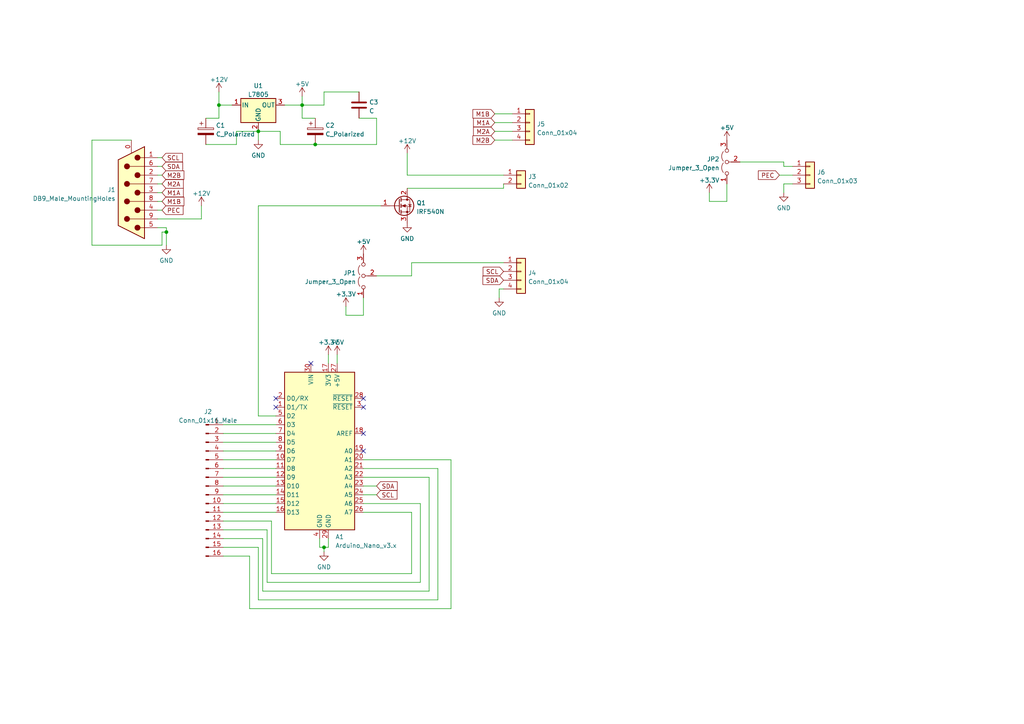
<source format=kicad_sch>
(kicad_sch (version 20211123) (generator eeschema)
  (paper "A4")
  (lib_symbols
    (symbol "Connector:Conn_01x16_Male" (pin_names (offset 1.016) hide)
      (property "Reference" "J" (at 0 20.32 0))
      (property "Value" "Conn_01x16_Male" (at 0 -22.86 0))
      (symbol "Conn_01x16_Male_1_1"
        (polyline (pts (xy 1.27 -20.32) (xy 0.8636 -20.32)) (stroke (width 0.1524)))
        (polyline (pts (xy 1.27 -17.78) (xy 0.8636 -17.78)) (stroke (width 0.1524)))
        (polyline (pts (xy 1.27 -15.24) (xy 0.8636 -15.24)) (stroke (width 0.1524)))
        (polyline (pts (xy 1.27 -12.7) (xy 0.8636 -12.7)) (stroke (width 0.1524)))
        (polyline (pts (xy 1.27 -10.16) (xy 0.8636 -10.16)) (stroke (width 0.1524)))
        (polyline (pts (xy 1.27 -7.62) (xy 0.8636 -7.62)) (stroke (width 0.1524)))
        (polyline (pts (xy 1.27 -5.08) (xy 0.8636 -5.08)) (stroke (width 0.1524)))
        (polyline (pts (xy 1.27 -2.54) (xy 0.8636 -2.54)) (stroke (width 0.1524)))
        (polyline (pts (xy 1.27 0) (xy 0.8636 0)) (stroke (width 0.1524)))
        (polyline (pts (xy 1.27 2.54) (xy 0.8636 2.54)) (stroke (width 0.1524)))
        (polyline (pts (xy 1.27 5.08) (xy 0.8636 5.08)) (stroke (width 0.1524)))
        (polyline (pts (xy 1.27 7.62) (xy 0.8636 7.62)) (stroke (width 0.1524)))
        (polyline (pts (xy 1.27 10.16) (xy 0.8636 10.16)) (stroke (width 0.1524)))
        (polyline (pts (xy 1.27 12.7) (xy 0.8636 12.7)) (stroke (width 0.1524)))
        (polyline (pts (xy 1.27 15.24) (xy 0.8636 15.24)) (stroke (width 0.1524)))
        (polyline (pts (xy 1.27 17.78) (xy 0.8636 17.78)) (stroke (width 0.1524)))
        (rectangle (start 0.8636 -20.193) (end 0 -20.447) (stroke (width 0.1524)) (fill (type outline)))
        (rectangle (start 0.8636 -17.653) (end 0 -17.907) (stroke (width 0.1524)) (fill (type outline)))
        (rectangle (start 0.8636 -15.113) (end 0 -15.367) (stroke (width 0.1524)) (fill (type outline)))
        (rectangle (start 0.8636 -12.573) (end 0 -12.827) (stroke (width 0.1524)) (fill (type outline)))
        (rectangle (start 0.8636 -10.033) (end 0 -10.287) (stroke (width 0.1524)) (fill (type outline)))
        (rectangle (start 0.8636 -7.493) (end 0 -7.747) (stroke (width 0.1524)) (fill (type outline)))
        (rectangle (start 0.8636 -4.953) (end 0 -5.207) (stroke (width 0.1524)) (fill (type outline)))
        (rectangle (start 0.8636 -2.413) (end 0 -2.667) (stroke (width 0.1524)) (fill (type outline)))
        (rectangle (start 0.8636 0.127) (end 0 -0.127) (stroke (width 0.1524)) (fill (type outline)))
        (rectangle (start 0.8636 2.667) (end 0 2.413) (stroke (width 0.1524)) (fill (type outline)))
        (rectangle (start 0.8636 5.207) (end 0 4.953) (stroke (width 0.1524)) (fill (type outline)))
        (rectangle (start 0.8636 7.747) (end 0 7.493) (stroke (width 0.1524)) (fill (type outline)))
        (rectangle (start 0.8636 10.287) (end 0 10.033) (stroke (width 0.1524)) (fill (type outline)))
        (rectangle (start 0.8636 12.827) (end 0 12.573) (stroke (width 0.1524)) (fill (type outline)))
        (rectangle (start 0.8636 15.367) (end 0 15.113) (stroke (width 0.1524)) (fill (type outline)))
        (rectangle (start 0.8636 17.907) (end 0 17.653) (stroke (width 0.1524)) (fill (type outline)))
        (pin passive line (at 5.08 17.78 180) (length 3.81) (name "Pin_1") (number "1"))
        (pin passive line (at 5.08 -5.08 180) (length 3.81) (name "Pin_10") (number "10"))
        (pin passive line (at 5.08 -7.62 180) (length 3.81) (name "Pin_11") (number "11"))
        (pin passive line (at 5.08 -10.16 180) (length 3.81) (name "Pin_12") (number "12"))
        (pin passive line (at 5.08 -12.7 180) (length 3.81) (name "Pin_13") (number "13"))
        (pin passive line (at 5.08 -15.24 180) (length 3.81) (name "Pin_14") (number "14"))
        (pin passive line (at 5.08 -17.78 180) (length 3.81) (name "Pin_15") (number "15"))
        (pin passive line (at 5.08 -20.32 180) (length 3.81) (name "Pin_16") (number "16"))
        (pin passive line (at 5.08 15.24 180) (length 3.81) (name "Pin_2") (number "2"))
        (pin passive line (at 5.08 12.7 180) (length 3.81) (name "Pin_3") (number "3"))
        (pin passive line (at 5.08 10.16 180) (length 3.81) (name "Pin_4") (number "4"))
        (pin passive line (at 5.08 7.62 180) (length 3.81) (name "Pin_5") (number "5"))
        (pin passive line (at 5.08 5.08 180) (length 3.81) (name "Pin_6") (number "6"))
        (pin passive line (at 5.08 2.54 180) (length 3.81) (name "Pin_7") (number "7"))
        (pin passive line (at 5.08 0 180) (length 3.81) (name "Pin_8") (number "8"))
        (pin passive line (at 5.08 -2.54 180) (length 3.81) (name "Pin_9") (number "9"))
      )
    )
    (symbol "Connector:DB9_Male_MountingHoles" (pin_names (offset 1.016) hide)
      (property "Reference" "J" (at 0 16.51 0))
      (property "Value" "DB9_Male_MountingHoles" (at 0 14.605 0))
      (symbol "DB9_Male_MountingHoles_0_1"
        (circle (center -1.778 -10.16) (radius 0.762) (fill (type outline)))
        (circle (center -1.778 -5.08) (radius 0.762) (fill (type outline)))
        (circle (center -1.778 0) (radius 0.762) (fill (type outline)))
        (circle (center -1.778 5.08) (radius 0.762) (fill (type outline)))
        (circle (center -1.778 10.16) (radius 0.762) (fill (type outline)))
        (polyline (pts (xy -3.81 -10.16) (xy -2.54 -10.16)))
        (polyline (pts (xy -3.81 -7.62) (xy 0.508 -7.62)))
        (polyline (pts (xy -3.81 -5.08) (xy -2.54 -5.08)))
        (polyline (pts (xy -3.81 -2.54) (xy 0.508 -2.54)))
        (polyline (pts (xy -3.81 0) (xy -2.54 0)))
        (polyline (pts (xy -3.81 2.54) (xy 0.508 2.54)))
        (polyline (pts (xy -3.81 5.08) (xy -2.54 5.08)))
        (polyline (pts (xy -3.81 7.62) (xy 0.508 7.62)))
        (polyline (pts (xy -3.81 10.16) (xy -2.54 10.16)))
        (polyline (pts (xy -3.81 -13.335) (xy -3.81 13.335) (xy 3.81 9.525) (xy 3.81 -9.525) (xy -3.81 -13.335)) (stroke (width 0.254)) (fill (type background)))
        (circle (center 1.27 -7.62) (radius 0.762) (fill (type outline)))
        (circle (center 1.27 -2.54) (radius 0.762) (fill (type outline)))
        (circle (center 1.27 2.54) (radius 0.762) (fill (type outline)))
        (circle (center 1.27 7.62) (radius 0.762) (fill (type outline)))
      )
      (symbol "DB9_Male_MountingHoles_1_1"
        (pin passive line (at 0 -15.24 90) (length 3.81) (name "PAD") (number "0"))
        (pin passive line (at -7.62 -10.16 0) (length 3.81) (name "1") (number "1"))
        (pin passive line (at -7.62 -5.08 0) (length 3.81) (name "2") (number "2"))
        (pin passive line (at -7.62 0 0) (length 3.81) (name "3") (number "3"))
        (pin passive line (at -7.62 5.08 0) (length 3.81) (name "4") (number "4"))
        (pin passive line (at -7.62 10.16 0) (length 3.81) (name "5") (number "5"))
        (pin passive line (at -7.62 -7.62 0) (length 3.81) (name "6") (number "6"))
        (pin passive line (at -7.62 -2.54 0) (length 3.81) (name "7") (number "7"))
        (pin passive line (at -7.62 2.54 0) (length 3.81) (name "8") (number "8"))
        (pin passive line (at -7.62 7.62 0) (length 3.81) (name "9") (number "9"))
      )
    )
    (symbol "Connector_Generic:Conn_01x02" (pin_names (offset 1.016) hide)
      (property "Reference" "J" (at 0 2.54 0))
      (property "Value" "Conn_01x02" (at 0 -5.08 0))
      (symbol "Conn_01x02_1_1"
        (rectangle (start -1.27 -2.413) (end 0 -2.667) (stroke (width 0.1524)))
        (rectangle (start -1.27 0.127) (end 0 -0.127) (stroke (width 0.1524)))
        (rectangle (start -1.27 1.27) (end 1.27 -3.81) (stroke (width 0.254)) (fill (type background)))
        (pin passive line (at -5.08 0 0) (length 3.81) (name "Pin_1") (number "1"))
        (pin passive line (at -5.08 -2.54 0) (length 3.81) (name "Pin_2") (number "2"))
      )
    )
    (symbol "Connector_Generic:Conn_01x03" (pin_names (offset 1.016) hide)
      (property "Reference" "J" (at 0 5.08 0))
      (property "Value" "Conn_01x03" (at 0 -5.08 0))
      (symbol "Conn_01x03_1_1"
        (rectangle (start -1.27 -2.413) (end 0 -2.667) (stroke (width 0.1524)))
        (rectangle (start -1.27 0.127) (end 0 -0.127) (stroke (width 0.1524)))
        (rectangle (start -1.27 2.667) (end 0 2.413) (stroke (width 0.1524)))
        (rectangle (start -1.27 3.81) (end 1.27 -3.81) (stroke (width 0.254)) (fill (type background)))
        (pin passive line (at -5.08 2.54 0) (length 3.81) (name "Pin_1") (number "1"))
        (pin passive line (at -5.08 0 0) (length 3.81) (name "Pin_2") (number "2"))
        (pin passive line (at -5.08 -2.54 0) (length 3.81) (name "Pin_3") (number "3"))
      )
    )
    (symbol "Connector_Generic:Conn_01x04" (pin_names (offset 1.016) hide)
      (property "Reference" "J" (at 0 5.08 0))
      (property "Value" "Conn_01x04" (at 0 -7.62 0))
      (symbol "Conn_01x04_1_1"
        (rectangle (start -1.27 -4.953) (end 0 -5.207) (stroke (width 0.1524)))
        (rectangle (start -1.27 -2.413) (end 0 -2.667) (stroke (width 0.1524)))
        (rectangle (start -1.27 0.127) (end 0 -0.127) (stroke (width 0.1524)))
        (rectangle (start -1.27 2.667) (end 0 2.413) (stroke (width 0.1524)))
        (rectangle (start -1.27 3.81) (end 1.27 -6.35) (stroke (width 0.254)) (fill (type background)))
        (pin passive line (at -5.08 2.54 0) (length 3.81) (name "Pin_1") (number "1"))
        (pin passive line (at -5.08 0 0) (length 3.81) (name "Pin_2") (number "2"))
        (pin passive line (at -5.08 -2.54 0) (length 3.81) (name "Pin_3") (number "3"))
        (pin passive line (at -5.08 -5.08 0) (length 3.81) (name "Pin_4") (number "4"))
      )
    )
    (symbol "Device:C" (pin_numbers hide) (pin_names (offset 0.254))
      (property "Reference" "C" (at 0.635 2.54 0))
      (property "Value" "C" (at 0.635 -2.54 0))
      (symbol "C_0_1"
        (polyline (pts (xy -2.032 -0.762) (xy 2.032 -0.762)) (stroke (width 0.508)))
        (polyline (pts (xy -2.032 0.762) (xy 2.032 0.762)) (stroke (width 0.508)))
      )
      (symbol "C_1_1"
        (pin passive line (at 0 3.81 270) (length 2.794) (name "~") (number "1"))
        (pin passive line (at 0 -3.81 90) (length 2.794) (name "~") (number "2"))
      )
    )
    (symbol "Device:C_Polarized" (pin_numbers hide) (pin_names (offset 0.254))
      (property "Reference" "C" (at 0.635 2.54 0))
      (property "Value" "C_Polarized" (at 0.635 -2.54 0))
      (symbol "C_Polarized_0_1"
        (rectangle (start -2.286 0.508) (end 2.286 1.016))
        (polyline (pts (xy -1.778 2.286) (xy -0.762 2.286)))
        (polyline (pts (xy -1.27 2.794) (xy -1.27 1.778)))
        (rectangle (start 2.286 -0.508) (end -2.286 -1.016) (fill (type outline)))
      )
      (symbol "C_Polarized_1_1"
        (pin passive line (at 0 3.81 270) (length 2.794) (name "~") (number "1"))
        (pin passive line (at 0 -3.81 90) (length 2.794) (name "~") (number "2"))
      )
    )
    (symbol "Jumper:Jumper_3_Open" (pin_names (offset 0) hide)
      (property "Reference" "JP" (at -2.54 -2.54 0))
      (property "Value" "Jumper_3_Open" (at 0 2.794 0))
      (symbol "Jumper_3_Open_0_0"
        (circle (center -3.302 0) (radius 0.508))
        (circle (center 0 0) (radius 0.508))
        (circle (center 3.302 0) (radius 0.508))
      )
      (symbol "Jumper_3_Open_0_1"
        (arc (start -0.254 1.016) (mid -1.651 1.4992) (end -3.048 1.016))
        (polyline (pts (xy 0 -0.508) (xy 0 -1.27)))
        (arc (start 3.048 1.016) (mid 1.651 1.4992) (end 0.254 1.016))
      )
      (symbol "Jumper_3_Open_1_1"
        (pin passive line (at -6.35 0 0) (length 2.54) (name "A") (number "1"))
        (pin passive line (at 0 -3.81 90) (length 2.54) (name "C") (number "2"))
        (pin passive line (at 6.35 0 180) (length 2.54) (name "B") (number "3"))
      )
    )
    (symbol "MCU_Module:Arduino_Nano_v3.x"
      (property "Reference" "A" (at -10.16 23.495 0))
      (property "Value" "Arduino_Nano_v3.x" (at 5.08 -24.13 0))
      (symbol "Arduino_Nano_v3.x_0_1"
        (rectangle (start -10.16 22.86) (end 10.16 -22.86) (stroke (width 0.254)) (fill (type background)))
      )
      (symbol "Arduino_Nano_v3.x_1_1"
        (pin bidirectional line (at -12.7 12.7 0) (length 2.54) (name "D1/TX") (number "1"))
        (pin bidirectional line (at -12.7 -2.54 0) (length 2.54) (name "D7") (number "10"))
        (pin bidirectional line (at -12.7 -5.08 0) (length 2.54) (name "D8") (number "11"))
        (pin bidirectional line (at -12.7 -7.62 0) (length 2.54) (name "D9") (number "12"))
        (pin bidirectional line (at -12.7 -10.16 0) (length 2.54) (name "D10") (number "13"))
        (pin bidirectional line (at -12.7 -12.7 0) (length 2.54) (name "D11") (number "14"))
        (pin bidirectional line (at -12.7 -15.24 0) (length 2.54) (name "D12") (number "15"))
        (pin bidirectional line (at -12.7 -17.78 0) (length 2.54) (name "D13") (number "16"))
        (pin power_out line (at 2.54 25.4 270) (length 2.54) (name "3V3") (number "17"))
        (pin input line (at 12.7 5.08 180) (length 2.54) (name "AREF") (number "18"))
        (pin bidirectional line (at 12.7 0 180) (length 2.54) (name "A0") (number "19"))
        (pin bidirectional line (at -12.7 15.24 0) (length 2.54) (name "D0/RX") (number "2"))
        (pin bidirectional line (at 12.7 -2.54 180) (length 2.54) (name "A1") (number "20"))
        (pin bidirectional line (at 12.7 -5.08 180) (length 2.54) (name "A2") (number "21"))
        (pin bidirectional line (at 12.7 -7.62 180) (length 2.54) (name "A3") (number "22"))
        (pin bidirectional line (at 12.7 -10.16 180) (length 2.54) (name "A4") (number "23"))
        (pin bidirectional line (at 12.7 -12.7 180) (length 2.54) (name "A5") (number "24"))
        (pin bidirectional line (at 12.7 -15.24 180) (length 2.54) (name "A6") (number "25"))
        (pin bidirectional line (at 12.7 -17.78 180) (length 2.54) (name "A7") (number "26"))
        (pin power_out line (at 5.08 25.4 270) (length 2.54) (name "+5V") (number "27"))
        (pin input line (at 12.7 15.24 180) (length 2.54) (name "~{RESET}") (number "28"))
        (pin power_in line (at 2.54 -25.4 90) (length 2.54) (name "GND") (number "29"))
        (pin input line (at 12.7 12.7 180) (length 2.54) (name "~{RESET}") (number "3"))
        (pin power_in line (at -2.54 25.4 270) (length 2.54) (name "VIN") (number "30"))
        (pin power_in line (at 0 -25.4 90) (length 2.54) (name "GND") (number "4"))
        (pin bidirectional line (at -12.7 10.16 0) (length 2.54) (name "D2") (number "5"))
        (pin bidirectional line (at -12.7 7.62 0) (length 2.54) (name "D3") (number "6"))
        (pin bidirectional line (at -12.7 5.08 0) (length 2.54) (name "D4") (number "7"))
        (pin bidirectional line (at -12.7 2.54 0) (length 2.54) (name "D5") (number "8"))
        (pin bidirectional line (at -12.7 0 0) (length 2.54) (name "D6") (number "9"))
      )
    )
    (symbol "Regulator_Linear:L7805" (pin_names (offset 0.254))
      (property "Reference" "U" (at -3.81 3.175 0))
      (property "Value" "L7805" (at 0 3.175 0))
      (symbol "L7805_0_1"
        (rectangle (start -5.08 1.905) (end 5.08 -5.08) (stroke (width 0.254)) (fill (type background)))
      )
      (symbol "L7805_1_1"
        (pin power_in line (at -7.62 0 0) (length 2.54) (name "IN") (number "1"))
        (pin power_in line (at 0 -7.62 90) (length 2.54) (name "GND") (number "2"))
        (pin power_out line (at 7.62 0 180) (length 2.54) (name "OUT") (number "3"))
      )
    )
    (symbol "Transistor_FET:IRF540N" (pin_names hide)
      (property "Reference" "Q" (at 6.35 1.905 0))
      (property "Value" "IRF540N" (at 6.35 0 0))
      (symbol "IRF540N_0_1"
        (polyline (pts (xy 0.254 0) (xy -2.54 0)))
        (polyline (pts (xy 0.254 1.905) (xy 0.254 -1.905)) (stroke (width 0.254)))
        (polyline (pts (xy 0.762 -1.27) (xy 0.762 -2.286)) (stroke (width 0.254)))
        (polyline (pts (xy 0.762 0.508) (xy 0.762 -0.508)) (stroke (width 0.254)))
        (polyline (pts (xy 0.762 2.286) (xy 0.762 1.27)) (stroke (width 0.254)))
        (polyline (pts (xy 2.54 2.54) (xy 2.54 1.778)))
        (polyline (pts (xy 2.54 -2.54) (xy 2.54 0) (xy 0.762 0)))
        (polyline (pts (xy 0.762 -1.778) (xy 3.302 -1.778) (xy 3.302 1.778) (xy 0.762 1.778)))
        (polyline (pts (xy 1.016 0) (xy 2.032 0.381) (xy 2.032 -0.381) (xy 1.016 0)) (fill (type outline)))
        (polyline (pts (xy 2.794 0.508) (xy 2.921 0.381) (xy 3.683 0.381) (xy 3.81 0.254)))
        (polyline (pts (xy 3.302 0.381) (xy 2.921 -0.254) (xy 3.683 -0.254) (xy 3.302 0.381)))
        (circle (center 1.651 0) (radius 2.794) (stroke (width 0.254)))
        (circle (center 2.54 -1.778) (radius 0.254) (fill (type outline)))
        (circle (center 2.54 1.778) (radius 0.254) (fill (type outline)))
      )
      (symbol "IRF540N_1_1"
        (pin input line (at -5.08 0 0) (length 2.54) (name "G") (number "1"))
        (pin passive line (at 2.54 5.08 270) (length 2.54) (name "D") (number "2"))
        (pin passive line (at 2.54 -5.08 90) (length 2.54) (name "S") (number "3"))
      )
    )
    (symbol "power:+12V" (power) (pin_names (offset 0))
      (property "Value" "+12V" (at 0 3.556 0))
      (symbol "+12V_0_1"
        (polyline (pts (xy -0.762 1.27) (xy 0 2.54)))
        (polyline (pts (xy 0 0) (xy 0 2.54)))
        (polyline (pts (xy 0 2.54) (xy 0.762 1.27)))
      )
      (symbol "+12V_1_1"
        (pin power_in line (at 0 0 90) (length 0) hide (name "+12V") (number "1"))
      )
    )
    (symbol "power:+3.3V" (power) (pin_names (offset 0))
      (property "Value" "+3.3V" (at 0 3.556 0))
      (symbol "+3.3V_0_1"
        (polyline (pts (xy -0.762 1.27) (xy 0 2.54)))
        (polyline (pts (xy 0 0) (xy 0 2.54)))
        (polyline (pts (xy 0 2.54) (xy 0.762 1.27)))
      )
      (symbol "+3.3V_1_1"
        (pin power_in line (at 0 0 90) (length 0) hide (name "+3.3V") (number "1"))
      )
    )
    (symbol "power:+5V" (power) (pin_names (offset 0))
      (property "Value" "+5V" (at 0 3.556 0))
      (symbol "+5V_0_1"
        (polyline (pts (xy -0.762 1.27) (xy 0 2.54)))
        (polyline (pts (xy 0 0) (xy 0 2.54)))
        (polyline (pts (xy 0 2.54) (xy 0.762 1.27)))
      )
      (symbol "+5V_1_1"
        (pin power_in line (at 0 0 90) (length 0) hide (name "+5V") (number "1"))
      )
    )
    (symbol "power:GND" (power) (pin_names (offset 0))
      (property "Value" "GND" (at 0 -3.81 0))
      (symbol "GND_0_1"
        (polyline (pts (xy 0 0) (xy 0 -1.27) (xy 1.27 -1.27) (xy 0 -2.54) (xy -1.27 -1.27) (xy 0 -1.27)))
      )
      (symbol "GND_1_1"
        (pin power_in line (at 0 0 270) (length 0) hide (name "GND") (number "1"))
      )
    )
  )
  (junction (at 74.93 38.1))
  (junction (at 63.5 30.48))
  (junction (at 87.63 30.48))
  (junction (at 93.98 158.75))
  (junction (at 91.44 41.91))
  (junction (at 48.26 67.31))
  (no_connect (at 105.41 118.11))
  (no_connect (at 105.41 130.81))
  (no_connect (at 105.41 125.73))
  (no_connect (at 80.01 118.11))
  (no_connect (at 80.01 115.57))
  (no_connect (at 90.17 105.41))
  (no_connect (at 105.41 115.57))
  (wire (pts (xy 95.25 102.87) (xy 95.25 105.41)))
  (wire (pts (xy 78.74 151.13) (xy 78.74 166.37)))
  (wire (pts (xy 124.46 138.43) (xy 105.41 138.43)))
  (wire (pts (xy 48.26 67.31) (xy 48.26 66.04)))
  (wire (pts (xy 91.44 41.91) (xy 109.22 41.91)))
  (wire (pts (xy 64.77 128.27) (xy 80.01 128.27)))
  (wire (pts (xy 227.33 55.88) (xy 227.33 53.34)))
  (wire (pts (xy 81.28 41.91) (xy 81.28 38.1)))
  (wire (pts (xy 59.69 41.91) (xy 68.58 41.91)))
  (wire (pts (xy 81.28 38.1) (xy 74.93 38.1)))
  (wire (pts (xy 144.78 86.36) (xy 144.78 83.82)))
  (wire (pts (xy 64.77 146.05) (xy 80.01 146.05)))
  (wire (pts (xy 64.77 156.21) (xy 76.2 156.21)))
  (wire (pts (xy 100.33 91.44) (xy 105.41 91.44)))
  (wire (pts (xy 64.77 135.89) (xy 80.01 135.89)))
  (wire (pts (xy 45.72 66.04) (xy 48.26 66.04)))
  (wire (pts (xy 92.71 158.75) (xy 92.71 156.21)))
  (wire (pts (xy 210.82 58.42) (xy 210.82 53.34)))
  (wire (pts (xy 93.98 26.67) (xy 93.98 30.48)))
  (wire (pts (xy 91.44 41.91) (xy 81.28 41.91)))
  (wire (pts (xy 148.59 40.64) (xy 143.51 40.64)))
  (wire (pts (xy 97.79 102.87) (xy 97.79 105.41)))
  (wire (pts (xy 64.77 143.51) (xy 80.01 143.51)))
  (wire (pts (xy 205.74 55.88) (xy 205.74 58.42)))
  (wire (pts (xy 105.41 135.89) (xy 127 135.89)))
  (wire (pts (xy 105.41 91.44) (xy 105.41 86.36)))
  (wire (pts (xy 105.41 140.97) (xy 109.22 140.97)))
  (wire (pts (xy 48.26 71.12) (xy 48.26 67.31)))
  (wire (pts (xy 26.67 71.12) (xy 46.99 71.12)))
  (wire (pts (xy 226.06 50.8) (xy 229.87 50.8)))
  (wire (pts (xy 119.38 80.01) (xy 119.38 76.2)))
  (wire (pts (xy 26.67 40.64) (xy 26.67 71.12)))
  (wire (pts (xy 74.93 120.65) (xy 74.93 59.69)))
  (wire (pts (xy 121.92 146.05) (xy 121.92 168.91)))
  (wire (pts (xy 93.98 30.48) (xy 87.63 30.48)))
  (wire (pts (xy 121.92 168.91) (xy 77.47 168.91)))
  (wire (pts (xy 93.98 160.02) (xy 93.98 158.75)))
  (wire (pts (xy 91.44 34.29) (xy 87.63 34.29)))
  (wire (pts (xy 63.5 26.67) (xy 63.5 30.48)))
  (wire (pts (xy 45.72 45.72) (xy 46.99 45.72)))
  (wire (pts (xy 78.74 166.37) (xy 119.38 166.37)))
  (wire (pts (xy 130.81 133.35) (xy 130.81 176.53)))
  (wire (pts (xy 105.41 146.05) (xy 121.92 146.05)))
  (wire (pts (xy 100.33 88.9) (xy 100.33 91.44)))
  (wire (pts (xy 64.77 148.59) (xy 80.01 148.59)))
  (wire (pts (xy 46.99 71.12) (xy 46.99 67.31)))
  (wire (pts (xy 80.01 120.65) (xy 74.93 120.65)))
  (wire (pts (xy 95.25 156.21) (xy 95.25 158.75)))
  (wire (pts (xy 127 173.99) (xy 74.93 173.99)))
  (wire (pts (xy 68.58 38.1) (xy 74.93 38.1)))
  (wire (pts (xy 63.5 34.29) (xy 63.5 30.48)))
  (wire (pts (xy 45.72 55.88) (xy 46.99 55.88)))
  (wire (pts (xy 205.74 58.42) (xy 210.82 58.42)))
  (wire (pts (xy 124.46 171.45) (xy 124.46 138.43)))
  (wire (pts (xy 119.38 76.2) (xy 146.05 76.2)))
  (wire (pts (xy 146.05 50.8) (xy 118.11 50.8)))
  (wire (pts (xy 59.69 34.29) (xy 63.5 34.29)))
  (wire (pts (xy 45.72 58.42) (xy 46.99 58.42)))
  (wire (pts (xy 87.63 34.29) (xy 87.63 30.48)))
  (wire (pts (xy 82.55 30.48) (xy 87.63 30.48)))
  (wire (pts (xy 109.22 80.01) (xy 119.38 80.01)))
  (wire (pts (xy 148.59 35.56) (xy 143.51 35.56)))
  (wire (pts (xy 64.77 151.13) (xy 78.74 151.13)))
  (wire (pts (xy 64.77 133.35) (xy 80.01 133.35)))
  (wire (pts (xy 148.59 33.02) (xy 143.51 33.02)))
  (wire (pts (xy 77.47 168.91) (xy 77.47 153.67)))
  (wire (pts (xy 119.38 148.59) (xy 105.41 148.59)))
  (wire (pts (xy 68.58 41.91) (xy 68.58 38.1)))
  (wire (pts (xy 118.11 54.61) (xy 146.05 54.61)))
  (wire (pts (xy 38.1 40.64) (xy 26.67 40.64)))
  (wire (pts (xy 45.72 48.26) (xy 46.99 48.26)))
  (wire (pts (xy 227.33 48.26) (xy 229.87 48.26)))
  (wire (pts (xy 45.72 53.34) (xy 46.99 53.34)))
  (wire (pts (xy 148.59 38.1) (xy 143.51 38.1)))
  (wire (pts (xy 93.98 158.75) (xy 92.71 158.75)))
  (wire (pts (xy 118.11 44.45) (xy 118.11 50.8)))
  (wire (pts (xy 74.93 158.75) (xy 64.77 158.75)))
  (wire (pts (xy 227.33 46.99) (xy 227.33 48.26)))
  (wire (pts (xy 105.41 143.51) (xy 109.22 143.51)))
  (wire (pts (xy 58.42 63.5) (xy 58.42 59.69)))
  (wire (pts (xy 76.2 171.45) (xy 124.46 171.45)))
  (wire (pts (xy 72.39 161.29) (xy 64.77 161.29)))
  (wire (pts (xy 77.47 153.67) (xy 64.77 153.67)))
  (wire (pts (xy 104.14 26.67) (xy 93.98 26.67)))
  (wire (pts (xy 105.41 133.35) (xy 130.81 133.35)))
  (wire (pts (xy 64.77 138.43) (xy 80.01 138.43)))
  (wire (pts (xy 45.72 50.8) (xy 46.99 50.8)))
  (wire (pts (xy 146.05 54.61) (xy 146.05 53.34)))
  (wire (pts (xy 109.22 34.29) (xy 104.14 34.29)))
  (wire (pts (xy 109.22 41.91) (xy 109.22 34.29)))
  (wire (pts (xy 72.39 176.53) (xy 72.39 161.29)))
  (wire (pts (xy 64.77 125.73) (xy 80.01 125.73)))
  (wire (pts (xy 95.25 158.75) (xy 93.98 158.75)))
  (wire (pts (xy 144.78 83.82) (xy 146.05 83.82)))
  (wire (pts (xy 127 135.89) (xy 127 173.99)))
  (wire (pts (xy 74.93 38.1) (xy 74.93 40.64)))
  (wire (pts (xy 63.5 30.48) (xy 67.31 30.48)))
  (wire (pts (xy 46.99 67.31) (xy 48.26 67.31)))
  (wire (pts (xy 45.72 60.96) (xy 46.99 60.96)))
  (wire (pts (xy 76.2 156.21) (xy 76.2 171.45)))
  (wire (pts (xy 74.93 173.99) (xy 74.93 158.75)))
  (wire (pts (xy 64.77 130.81) (xy 80.01 130.81)))
  (wire (pts (xy 64.77 123.19) (xy 80.01 123.19)))
  (wire (pts (xy 214.63 46.99) (xy 227.33 46.99)))
  (wire (pts (xy 130.81 176.53) (xy 72.39 176.53)))
  (wire (pts (xy 45.72 63.5) (xy 58.42 63.5)))
  (wire (pts (xy 64.77 140.97) (xy 80.01 140.97)))
  (wire (pts (xy 119.38 166.37) (xy 119.38 148.59)))
  (wire (pts (xy 74.93 59.69) (xy 110.49 59.69)))
  (wire (pts (xy 227.33 53.34) (xy 229.87 53.34)))
  (wire (pts (xy 87.63 30.48) (xy 87.63 27.94)))
  (global_label "M1B" (shape input) (at 143.51 33.02 180) (property "Intersheet References" "${INTERSHEET_REFS}" (effects hide)))
  (global_label "PEC" (shape input) (at 226.06 50.8 180) (property "Intersheet References" "${INTERSHEET_REFS}" (effects hide)))
  (global_label "M2A" (shape input) (at 143.51 38.1 180) (property "Intersheet References" "${INTERSHEET_REFS}" (effects hide)))
  (global_label "SCL" (shape input) (at 146.05 78.74 180) (property "Intersheet References" "${INTERSHEET_REFS}" (effects hide)))
  (global_label "M1B" (shape input) (at 46.99 58.42 0) (property "Intersheet References" "${INTERSHEET_REFS}" (effects hide)))
  (global_label "M1A" (shape input) (at 143.51 35.56 180) (property "Intersheet References" "${INTERSHEET_REFS}" (effects hide)))
  (global_label "SCL" (shape input) (at 109.22 143.51 0) (property "Intersheet References" "${INTERSHEET_REFS}" (effects hide)))
  (global_label "M2B" (shape input) (at 143.51 40.64 180) (property "Intersheet References" "${INTERSHEET_REFS}" (effects hide)))
  (global_label "SCL" (shape input) (at 46.99 45.72 0) (property "Intersheet References" "${INTERSHEET_REFS}" (effects hide)))
  (global_label "M2A" (shape input) (at 46.99 53.34 0) (property "Intersheet References" "${INTERSHEET_REFS}" (effects hide)))
  (global_label "SDA" (shape input) (at 109.22 140.97 0) (property "Intersheet References" "${INTERSHEET_REFS}" (effects hide)))
  (global_label "M1A" (shape input) (at 46.99 55.88 0) (property "Intersheet References" "${INTERSHEET_REFS}" (effects hide)))
  (global_label "PEC" (shape input) (at 46.99 60.96 0) (property "Intersheet References" "${INTERSHEET_REFS}" (effects hide)))
  (global_label "SDA" (shape input) (at 46.99 48.26 0) (property "Intersheet References" "${INTERSHEET_REFS}" (effects hide)))
  (global_label "M2B" (shape input) (at 46.99 50.8 0) (property "Intersheet References" "${INTERSHEET_REFS}" (effects hide)))
  (global_label "SDA" (shape input) (at 146.05 81.28 180) (property "Intersheet References" "${INTERSHEET_REFS}" (effects hide)))
  (symbol (lib_id "Connector_Generic:Conn_01x04") (at 151.13 78.74 0) (unit 1)
    (property "Reference" "J4" (at 153.162 79.1753 0) (effects (justify left)))
    (property "Value" "Conn_01x04" (at 153.162 81.7122 0) (effects (justify left)))
    (property "Footprint" "Connector_PinSocket_2.54mm:PinSocket_1x04_P2.54mm_Vertical" (effects hide))
  )
  (symbol (lib_id "Transistor_FET:IRF540N") (at 115.57 59.69 0) (unit 1)
    (property "Reference" "Q1" (at 120.777 58.8553 0) (effects (justify left)))
    (property "Value" "IRF540N" (at 120.777 61.3922 0) (effects (justify left)))
    (property "Footprint" "Package_TO_SOT_THT:TO-220-3_Horizontal_TabDown" (effects hide))
    (property "Datasheet" "http://www.irf.com/product-info/datasheets/data/irf540n.pdf" (effects hide))
  )
  (symbol (lib_id "power:+3.3V") (at 205.74 55.88 0) (unit 1)
    (property "Reference" "#PWR0108" (effects hide))
    (property "Value" "+3.3V" (at 205.74 52.3042 0))
  )
  (symbol (lib_id "Jumper:Jumper_3_Open") (at 210.82 46.99 90) (unit 1)
    (property "Reference" "JP2" (at 208.6859 46.1553 90) (effects (justify left)))
    (property "Value" "Jumper_3_Open" (at 208.6859 48.6922 90) (effects (justify left)))
    (property "Footprint" "Connector_PinSocket_2.54mm:PinSocket_1x03_P2.54mm_Vertical" (effects hide))
  )
  (symbol (lib_id "power:GND") (at 93.98 160.02 0) (unit 1)
    (property "Reference" "#PWR0116" (effects hide))
    (property "Value" "GND" (at 93.98 164.4634 0))
  )
  (symbol (lib_id "Connector_Generic:Conn_01x04") (at 153.67 35.56 0) (unit 1)
    (property "Reference" "J5" (at 155.702 35.9953 0) (effects (justify left)))
    (property "Value" "Conn_01x04" (at 155.702 38.5322 0) (effects (justify left)))
    (property "Footprint" "Connector_PinSocket_2.54mm:PinSocket_1x04_P2.54mm_Vertical" (effects hide))
  )
  (symbol (lib_id "power:GND") (at 144.78 86.36 0) (unit 1)
    (property "Reference" "#PWR0106" (effects hide))
    (property "Value" "GND" (at 144.78 90.8034 0))
  )
  (symbol (lib_id "power:+12V") (at 58.42 59.69 0) (unit 1)
    (property "Reference" "#PWR0101" (effects hide))
    (property "Value" "+12V" (at 58.42 56.1142 0))
  )
  (symbol (lib_id "Device:C_Polarized") (at 91.44 38.1 0) (unit 1)
    (property "Reference" "C2" (at 94.361 36.3763 0) (effects (justify left)))
    (property "Value" "C_Polarized" (at 94.361 38.9132 0) (effects (justify left)))
    (property "Footprint" "Capacitor_THT:CP_Radial_D8.0mm_P2.50mm" (effects hide))
  )
  (symbol (lib_id "Connector:DB9_Male_MountingHoles") (at 38.1 55.88 180) (unit 1)
    (property "Reference" "J1" (at 33.528 55.0453 0) (effects (justify left)))
    (property "Value" "DB9_Male_MountingHoles" (at 33.528 57.5822 0) (effects (justify left)))
    (property "Footprint" "Connector_Dsub:DSUB-9_Male_Horizontal_P2.77x2.84mm_EdgePinOffset7.70mm_Housed_MountingHolesOffset9.12mm" (effects hide))
    (property "Datasheet" " ~" (effects hide))
  )
  (symbol (lib_id "power:+5V") (at 97.79 102.87 0) (unit 1)
    (property "Reference" "#PWR0112" (effects hide))
    (property "Value" "+5V" (at 97.79 99.2942 0))
  )
  (symbol (lib_id "power:GND") (at 227.33 55.88 0) (unit 1)
    (property "Reference" "#PWR0110" (effects hide))
    (property "Value" "GND" (at 227.33 60.3234 0))
  )
  (symbol (lib_id "power:GND") (at 118.11 64.77 0) (unit 1)
    (property "Reference" "#PWR0105" (effects hide))
    (property "Value" "GND" (at 118.11 69.2134 0))
  )
  (symbol (lib_id "power:+12V") (at 63.5 26.67 0) (unit 1)
    (property "Reference" "#PWR0103" (effects hide))
    (property "Value" "+12V" (at 63.5 23.0942 0))
  )
  (symbol (lib_id "Regulator_Linear:L7805") (at 74.93 30.48 0) (unit 1)
    (property "Reference" "U1" (at 74.93 24.8752 0))
    (property "Value" "L7805" (at 74.93 27.4121 0))
    (property "Footprint" "Package_TO_SOT_THT:TO-220-3_Horizontal_TabDown" (effects hide))
    (property "Datasheet" "http://www.st.com/content/ccc/resource/technical/document/datasheet/41/4f/b3/b0/12/d4/47/88/CD00000444.pdf/files/CD00000444.pdf/jcr:content/translations/en.CD00000444.pdf" (effects hide))
  )
  (symbol (lib_id "power:GND") (at 48.26 71.12 0) (unit 1)
    (property "Reference" "#PWR0113" (effects hide))
    (property "Value" "GND" (at 48.26 75.5634 0))
  )
  (symbol (lib_id "power:+5V") (at 105.41 73.66 0) (unit 1)
    (property "Reference" "#PWR0111" (effects hide))
    (property "Value" "+5V" (at 105.41 70.0842 0))
  )
  (symbol (lib_id "Device:C") (at 104.14 30.48 0) (unit 1)
    (property "Reference" "C3" (at 107.061 29.6453 0) (effects (justify left)))
    (property "Value" "C" (at 107.061 32.1822 0) (effects (justify left)))
    (property "Footprint" "Capacitor_SMD:C_0805_2012Metric_Pad1.18x1.45mm_HandSolder" (effects hide))
  )
  (symbol (lib_id "power:+3.3V") (at 100.33 88.9 0) (unit 1)
    (property "Reference" "#PWR0115" (effects hide))
    (property "Value" "+3.3V" (at 100.33 85.3242 0))
  )
  (symbol (lib_id "MCU_Module:Arduino_Nano_v3.x") (at 92.71 130.81 0) (unit 1)
    (property "Reference" "A1" (at 97.2694 155.7004 0) (effects (justify left)))
    (property "Value" "Arduino_Nano_v3.x" (at 97.2694 158.2373 0) (effects (justify left)))
    (property "Footprint" "Module:Arduino_Nano" (effects hide))
    (property "Datasheet" "http://www.mouser.com/pdfdocs/Gravitech_Arduino_Nano3_0.pdf" (effects hide))
  )
  (symbol (lib_id "Device:C_Polarized") (at 59.69 38.1 0) (unit 1)
    (property "Reference" "C1" (at 62.611 36.3763 0) (effects (justify left)))
    (property "Value" "C_Polarized" (at 62.611 38.9132 0) (effects (justify left)))
    (property "Footprint" "Capacitor_THT:CP_Radial_D8.0mm_P2.50mm" (effects hide))
  )
  (symbol (lib_id "Connector_Generic:Conn_01x03") (at 234.95 50.8 0) (unit 1)
    (property "Reference" "J6" (at 236.982 49.9653 0) (effects (justify left)))
    (property "Value" "Conn_01x03" (at 236.982 52.5022 0) (effects (justify left)))
    (property "Footprint" "Connector_PinSocket_2.54mm:PinSocket_1x03_P2.54mm_Vertical" (effects hide))
  )
  (symbol (lib_id "power:GND") (at 74.93 40.64 0) (unit 1)
    (property "Reference" "#PWR0102" (effects hide))
    (property "Value" "GND" (at 74.93 45.0834 0))
  )
  (symbol (lib_id "Connector:Conn_01x16_Male") (at 59.69 140.97 0) (unit 1)
    (property "Reference" "J2" (at 60.325 119.414 0))
    (property "Value" "Conn_01x16_Male" (at 60.325 121.9509 0))
    (property "Footprint" "Connector_PinSocket_2.54mm:PinSocket_2x08_P2.54mm_Vertical" (effects hide))
  )
  (symbol (lib_id "power:+5V") (at 87.63 27.94 0) (unit 1)
    (property "Reference" "#PWR0104" (effects hide))
    (property "Value" "+5V" (at 87.63 24.3642 0))
  )
  (symbol (lib_id "Connector_Generic:Conn_01x02") (at 151.13 50.8 0) (unit 1)
    (property "Reference" "J3" (at 153.162 51.2353 0) (effects (justify left)))
    (property "Value" "Conn_01x02" (at 153.162 53.7722 0) (effects (justify left)))
    (property "Footprint" "Connector_PinSocket_2.54mm:PinSocket_1x02_P2.54mm_Vertical" (effects hide))
  )
  (symbol (lib_id "Jumper:Jumper_3_Open") (at 105.41 80.01 90) (unit 1)
    (property "Reference" "JP1" (at 103.2759 79.1753 90) (effects (justify left)))
    (property "Value" "Jumper_3_Open" (at 103.2759 81.7122 90) (effects (justify left)))
    (property "Footprint" "Connector_PinSocket_2.54mm:PinSocket_1x03_P2.54mm_Vertical" (effects hide))
  )
  (symbol (lib_id "power:+3.3V") (at 95.25 102.87 0) (unit 1)
    (property "Reference" "#PWR0114" (effects hide))
    (property "Value" "+3.3V" (at 95.25 99.2942 0))
  )
  (symbol (lib_id "power:+12V") (at 118.11 44.45 0) (unit 1)
    (property "Reference" "#PWR0107" (effects hide))
    (property "Value" "+12V" (at 118.11 40.8742 0))
  )
  (symbol (lib_id "power:+5V") (at 210.82 40.64 0) (unit 1)
    (property "Reference" "#PWR0109" (effects hide))
    (property "Value" "+5V" (at 210.82 37.0642 0))
  )
)
</source>
